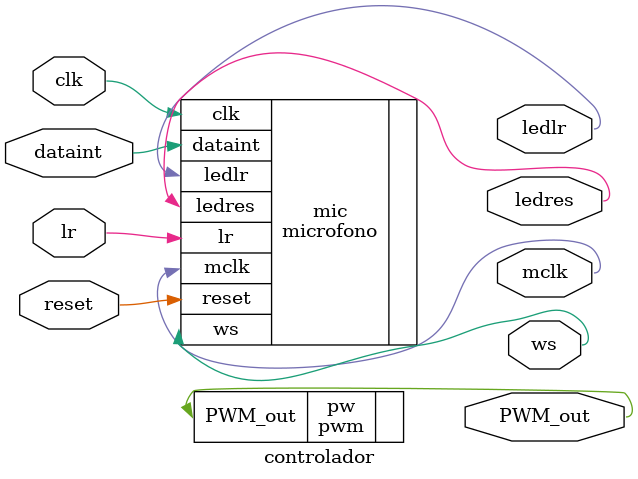
<source format=v>
module controlador #(
  	parameter adr_width = 12,
	parameter dat_width = 6
   )
(
	input  		clk, reset,
	output 		ledlr,
	output 		ledres,
	output		mclk,
	input		lr,
	output		ws,
	input		dataint,
	output 		PWM_out
);


microfono mic(.clk(clk),.reset(reset),.mclk(mclk),.lr(lr),.ws(ws),.dataint(dataint),.ledres(ledres),.ledlr(ledlr));

pwm pw(.PWM_out(PWM_out));

endmodule

</source>
